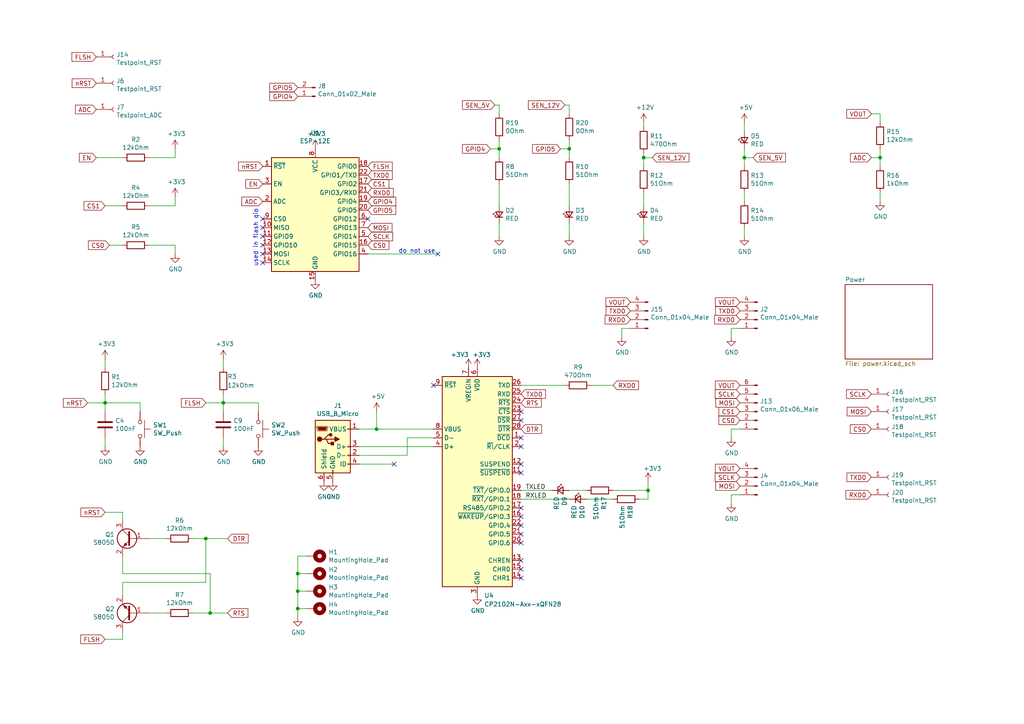
<source format=kicad_sch>
(kicad_sch (version 20211123) (generator eeschema)
  (paper "A4")
  (lib_symbols
    (symbol "Connector:Conn_01x01_Female" (pin_names (offset 1.016) hide)
      (property "Reference" "J" (at 0 2.54 0))
      (property "Value" "Conn_01x01_Female" (at 0 -2.54 0))
      (symbol "Conn_01x01_Female_1_1"
        (polyline (pts (xy -1.27 0) (xy -0.508 0)) (stroke (width 0.1524)))
        (arc (start 0 0.508) (mid -0.508 0) (end 0 -0.508) (stroke (width 0.1524)))
        (pin passive line (at -5.08 0 0) (length 3.81) (name "Pin_1") (number "1"))
      )
    )
    (symbol "Connector:Conn_01x02_Male" (pin_names (offset 1.016) hide)
      (property "Reference" "J" (at 0 2.54 0))
      (property "Value" "Conn_01x02_Male" (at 0 -5.08 0))
      (symbol "Conn_01x02_Male_1_1"
        (polyline (pts (xy 1.27 -2.54) (xy 0.8636 -2.54)) (stroke (width 0.1524)))
        (polyline (pts (xy 1.27 0) (xy 0.8636 0)) (stroke (width 0.1524)))
        (rectangle (start 0.8636 -2.413) (end 0 -2.667) (stroke (width 0.1524)) (fill (type outline)))
        (rectangle (start 0.8636 0.127) (end 0 -0.127) (stroke (width 0.1524)) (fill (type outline)))
        (pin passive line (at 5.08 0 180) (length 3.81) (name "Pin_1") (number "1"))
        (pin passive line (at 5.08 -2.54 180) (length 3.81) (name "Pin_2") (number "2"))
      )
    )
    (symbol "Connector:Conn_01x04_Male" (pin_names (offset 1.016) hide)
      (property "Reference" "J" (at 0 5.08 0))
      (property "Value" "Conn_01x04_Male" (at 0 -7.62 0))
      (symbol "Conn_01x04_Male_1_1"
        (polyline (pts (xy 1.27 -5.08) (xy 0.8636 -5.08)) (stroke (width 0.1524)))
        (polyline (pts (xy 1.27 -2.54) (xy 0.8636 -2.54)) (stroke (width 0.1524)))
        (polyline (pts (xy 1.27 0) (xy 0.8636 0)) (stroke (width 0.1524)))
        (polyline (pts (xy 1.27 2.54) (xy 0.8636 2.54)) (stroke (width 0.1524)))
        (rectangle (start 0.8636 -4.953) (end 0 -5.207) (stroke (width 0.1524)) (fill (type outline)))
        (rectangle (start 0.8636 -2.413) (end 0 -2.667) (stroke (width 0.1524)) (fill (type outline)))
        (rectangle (start 0.8636 0.127) (end 0 -0.127) (stroke (width 0.1524)) (fill (type outline)))
        (rectangle (start 0.8636 2.667) (end 0 2.413) (stroke (width 0.1524)) (fill (type outline)))
        (pin passive line (at 5.08 2.54 180) (length 3.81) (name "Pin_1") (number "1"))
        (pin passive line (at 5.08 0 180) (length 3.81) (name "Pin_2") (number "2"))
        (pin passive line (at 5.08 -2.54 180) (length 3.81) (name "Pin_3") (number "3"))
        (pin passive line (at 5.08 -5.08 180) (length 3.81) (name "Pin_4") (number "4"))
      )
    )
    (symbol "Connector:Conn_01x06_Male" (pin_names (offset 1.016) hide)
      (property "Reference" "J" (at 0 7.62 0))
      (property "Value" "Conn_01x06_Male" (at 0 -10.16 0))
      (symbol "Conn_01x06_Male_1_1"
        (polyline (pts (xy 1.27 -7.62) (xy 0.8636 -7.62)) (stroke (width 0.1524)))
        (polyline (pts (xy 1.27 -5.08) (xy 0.8636 -5.08)) (stroke (width 0.1524)))
        (polyline (pts (xy 1.27 -2.54) (xy 0.8636 -2.54)) (stroke (width 0.1524)))
        (polyline (pts (xy 1.27 0) (xy 0.8636 0)) (stroke (width 0.1524)))
        (polyline (pts (xy 1.27 2.54) (xy 0.8636 2.54)) (stroke (width 0.1524)))
        (polyline (pts (xy 1.27 5.08) (xy 0.8636 5.08)) (stroke (width 0.1524)))
        (rectangle (start 0.8636 -7.493) (end 0 -7.747) (stroke (width 0.1524)) (fill (type outline)))
        (rectangle (start 0.8636 -4.953) (end 0 -5.207) (stroke (width 0.1524)) (fill (type outline)))
        (rectangle (start 0.8636 -2.413) (end 0 -2.667) (stroke (width 0.1524)) (fill (type outline)))
        (rectangle (start 0.8636 0.127) (end 0 -0.127) (stroke (width 0.1524)) (fill (type outline)))
        (rectangle (start 0.8636 2.667) (end 0 2.413) (stroke (width 0.1524)) (fill (type outline)))
        (rectangle (start 0.8636 5.207) (end 0 4.953) (stroke (width 0.1524)) (fill (type outline)))
        (pin passive line (at 5.08 5.08 180) (length 3.81) (name "Pin_1") (number "1"))
        (pin passive line (at 5.08 2.54 180) (length 3.81) (name "Pin_2") (number "2"))
        (pin passive line (at 5.08 0 180) (length 3.81) (name "Pin_3") (number "3"))
        (pin passive line (at 5.08 -2.54 180) (length 3.81) (name "Pin_4") (number "4"))
        (pin passive line (at 5.08 -5.08 180) (length 3.81) (name "Pin_5") (number "5"))
        (pin passive line (at 5.08 -7.62 180) (length 3.81) (name "Pin_6") (number "6"))
      )
    )
    (symbol "Connector:USB_B_Micro" (pin_names (offset 1.016))
      (property "Reference" "J" (at -5.08 11.43 0))
      (property "Value" "USB_B_Micro" (at -5.08 8.89 0))
      (symbol "USB_B_Micro_0_1"
        (rectangle (start -5.08 -7.62) (end 5.08 7.62) (stroke (width 0.254)) (fill (type background)))
        (circle (center -3.81 2.159) (radius 0.635) (stroke (width 0.254)) (fill (type outline)))
        (circle (center -0.635 3.429) (radius 0.381) (stroke (width 0.254)) (fill (type outline)))
        (rectangle (start -0.127 -7.62) (end 0.127 -6.858))
        (polyline (pts (xy -1.905 2.159) (xy 0.635 2.159)) (stroke (width 0.254)))
        (polyline (pts (xy -3.175 2.159) (xy -2.54 2.159) (xy -1.27 3.429) (xy -0.635 3.429)) (stroke (width 0.254)))
        (polyline (pts (xy -2.54 2.159) (xy -1.905 2.159) (xy -1.27 0.889) (xy 0 0.889)) (stroke (width 0.254)))
        (polyline (pts (xy 0.635 2.794) (xy 0.635 1.524) (xy 1.905 2.159) (xy 0.635 2.794)) (stroke (width 0.254)) (fill (type outline)))
        (polyline (pts (xy -4.318 5.588) (xy -1.778 5.588) (xy -2.032 4.826) (xy -4.064 4.826) (xy -4.318 5.588)) (fill (type outline)))
        (polyline (pts (xy -4.699 5.842) (xy -4.699 5.588) (xy -4.445 4.826) (xy -4.445 4.572) (xy -1.651 4.572) (xy -1.651 4.826) (xy -1.397 5.588) (xy -1.397 5.842) (xy -4.699 5.842)))
        (rectangle (start 0.254 1.27) (end -0.508 0.508) (stroke (width 0.254)) (fill (type outline)))
        (rectangle (start 5.08 -5.207) (end 4.318 -4.953))
        (rectangle (start 5.08 -2.667) (end 4.318 -2.413))
        (rectangle (start 5.08 -0.127) (end 4.318 0.127))
        (rectangle (start 5.08 4.953) (end 4.318 5.207))
      )
      (symbol "USB_B_Micro_1_1"
        (pin power_out line (at 7.62 5.08 180) (length 2.54) (name "VBUS") (number "1"))
        (pin bidirectional line (at 7.62 -2.54 180) (length 2.54) (name "D-") (number "2"))
        (pin bidirectional line (at 7.62 0 180) (length 2.54) (name "D+") (number "3"))
        (pin passive line (at 7.62 -5.08 180) (length 2.54) (name "ID") (number "4"))
        (pin power_out line (at 0 -10.16 90) (length 2.54) (name "GND") (number "5"))
        (pin passive line (at -2.54 -10.16 90) (length 2.54) (name "Shield") (number "6"))
      )
    )
    (symbol "Device:C" (pin_numbers hide) (pin_names (offset 0.254))
      (property "Reference" "C" (at 0.635 2.54 0))
      (property "Value" "C" (at 0.635 -2.54 0))
      (symbol "C_0_1"
        (polyline (pts (xy -2.032 -0.762) (xy 2.032 -0.762)) (stroke (width 0.508)))
        (polyline (pts (xy -2.032 0.762) (xy 2.032 0.762)) (stroke (width 0.508)))
      )
      (symbol "C_1_1"
        (pin passive line (at 0 3.81 270) (length 2.794) (name "~") (number "1"))
        (pin passive line (at 0 -3.81 90) (length 2.794) (name "~") (number "2"))
      )
    )
    (symbol "Device:LED_Small" (pin_numbers hide) (pin_names (offset 0.254) hide)
      (property "Reference" "D" (at -1.27 3.175 0))
      (property "Value" "LED_Small" (at -4.445 -2.54 0))
      (symbol "LED_Small_0_1"
        (polyline (pts (xy -0.762 -1.016) (xy -0.762 1.016)) (stroke (width 0.254)))
        (polyline (pts (xy 1.016 0) (xy -0.762 0)))
        (polyline (pts (xy 0.762 -1.016) (xy -0.762 0) (xy 0.762 1.016) (xy 0.762 -1.016)) (stroke (width 0.254)))
        (polyline (pts (xy 0 0.762) (xy -0.508 1.27) (xy -0.254 1.27) (xy -0.508 1.27) (xy -0.508 1.016)))
        (polyline (pts (xy 0.508 1.27) (xy 0 1.778) (xy 0.254 1.778) (xy 0 1.778) (xy 0 1.524)))
      )
      (symbol "LED_Small_1_1"
        (pin passive line (at -2.54 0 0) (length 1.778) (name "K") (number "1"))
        (pin passive line (at 2.54 0 180) (length 1.778) (name "A") (number "2"))
      )
    )
    (symbol "Device:Q_NPN_BEC" (pin_names (offset 0) hide)
      (property "Reference" "Q" (at 5.08 1.27 0))
      (property "Value" "Q_NPN_BEC" (at 5.08 -1.27 0))
      (symbol "Q_NPN_BEC_0_1"
        (polyline (pts (xy 0.635 0.635) (xy 2.54 2.54)))
        (polyline (pts (xy 0.635 -0.635) (xy 2.54 -2.54) (xy 2.54 -2.54)))
        (polyline (pts (xy 0.635 1.905) (xy 0.635 -1.905) (xy 0.635 -1.905)) (stroke (width 0.508)))
        (polyline (pts (xy 1.27 -1.778) (xy 1.778 -1.27) (xy 2.286 -2.286) (xy 1.27 -1.778) (xy 1.27 -1.778)) (fill (type outline)))
        (circle (center 1.27 0) (radius 2.8194) (stroke (width 0.254)))
      )
      (symbol "Q_NPN_BEC_1_1"
        (pin input line (at -5.08 0 0) (length 5.715) (name "B") (number "1"))
        (pin passive line (at 2.54 -5.08 90) (length 2.54) (name "E") (number "2"))
        (pin passive line (at 2.54 5.08 270) (length 2.54) (name "C") (number "3"))
      )
    )
    (symbol "Device:R" (pin_numbers hide) (pin_names (offset 0))
      (property "Reference" "R" (at 2.032 0 90))
      (property "Value" "R" (at 0 0 90))
      (symbol "R_0_1"
        (rectangle (start -1.016 -2.54) (end 1.016 2.54) (stroke (width 0.254)))
      )
      (symbol "R_1_1"
        (pin passive line (at 0 3.81 270) (length 1.27) (name "~") (number "1"))
        (pin passive line (at 0 -3.81 90) (length 1.27) (name "~") (number "2"))
      )
    )
    (symbol "Interface_USB:CP2102N-Axx-xQFN28"
      (property "Reference" "U" (at -8.89 31.75 0))
      (property "Value" "CP2102N-Axx-xQFN28" (at 12.7 31.75 0))
      (symbol "CP2102N-Axx-xQFN28_0_1"
        (rectangle (start -10.16 30.48) (end 10.16 -30.48) (stroke (width 0.254)) (fill (type background)))
      )
      (symbol "CP2102N-Axx-xQFN28_1_1"
        (pin input line (at 12.7 12.7 180) (length 2.54) (name "~{DCD}") (number "1"))
        (pin no_connect line (at -10.16 -27.94 0) (length 2.54) hide (name "NC") (number "10"))
        (pin output line (at 12.7 2.54 180) (length 2.54) (name "~{SUSPEND}") (number "11"))
        (pin output line (at 12.7 5.08 180) (length 2.54) (name "SUSPEND") (number "12"))
        (pin output line (at 12.7 -22.86 180) (length 2.54) (name "CHREN") (number "13"))
        (pin output line (at 12.7 -27.94 180) (length 2.54) (name "CHR1") (number "14"))
        (pin output line (at 12.7 -25.4 180) (length 2.54) (name "CHR0") (number "15"))
        (pin bidirectional line (at 12.7 -10.16 180) (length 2.54) (name "~{WAKEUP}/GPIO.3") (number "16"))
        (pin bidirectional line (at 12.7 -7.62 180) (length 2.54) (name "RS485/GPIO.2") (number "17"))
        (pin bidirectional line (at 12.7 -5.08 180) (length 2.54) (name "~{RXT}/GPIO.1") (number "18"))
        (pin bidirectional line (at 12.7 -2.54 180) (length 2.54) (name "~{TXT}/GPIO.0") (number "19"))
        (pin bidirectional line (at 12.7 10.16 180) (length 2.54) (name "~{RI}/CLK") (number "2"))
        (pin bidirectional line (at 12.7 -17.78 180) (length 2.54) (name "GPIO.6") (number "20"))
        (pin bidirectional line (at 12.7 -15.24 180) (length 2.54) (name "GPIO.5") (number "21"))
        (pin bidirectional line (at 12.7 -12.7 180) (length 2.54) (name "GPIO.4") (number "22"))
        (pin input line (at 12.7 20.32 180) (length 2.54) (name "~{CTS}") (number "23"))
        (pin output line (at 12.7 22.86 180) (length 2.54) (name "~{RTS}") (number "24"))
        (pin input line (at 12.7 25.4 180) (length 2.54) (name "RXD") (number "25"))
        (pin output line (at 12.7 27.94 180) (length 2.54) (name "TXD") (number "26"))
        (pin input line (at 12.7 17.78 180) (length 2.54) (name "~{DSR}") (number "27"))
        (pin output line (at 12.7 15.24 180) (length 2.54) (name "~{DTR}") (number "28"))
        (pin passive line (at 0 -33.02 90) (length 2.54) hide (name "GND") (number "29"))
        (pin power_in line (at 0 -33.02 90) (length 2.54) (name "GND") (number "3"))
        (pin bidirectional line (at -12.7 10.16 0) (length 2.54) (name "D+") (number "4"))
        (pin bidirectional line (at -12.7 12.7 0) (length 2.54) (name "D-") (number "5"))
        (pin power_in line (at 0 33.02 270) (length 2.54) (name "VDD") (number "6"))
        (pin power_in line (at -2.54 33.02 270) (length 2.54) (name "VREGIN") (number "7"))
        (pin input line (at -12.7 15.24 0) (length 2.54) (name "VBUS") (number "8"))
        (pin input line (at -12.7 27.94 0) (length 2.54) (name "~{RST}") (number "9"))
      )
    )
    (symbol "Mechanical:MountingHole_Pad" (pin_numbers hide) (pin_names (offset 1.016) hide)
      (property "Reference" "H" (at 0 6.35 0))
      (property "Value" "MountingHole_Pad" (at 0 4.445 0))
      (symbol "MountingHole_Pad_0_1"
        (circle (center 0 1.27) (radius 1.27) (stroke (width 1.27)))
      )
      (symbol "MountingHole_Pad_1_1"
        (pin input line (at 0 -2.54 90) (length 2.54) (name "1") (number "1"))
      )
    )
    (symbol "RF_Module:ESP-12E"
      (property "Reference" "U" (at -12.7 19.05 0))
      (property "Value" "ESP-12E" (at 12.7 19.05 0))
      (symbol "ESP-12E_0_1"
        (rectangle (start -12.7 17.78) (end 12.7 -15.24) (stroke (width 0.254)) (fill (type background)))
      )
      (symbol "ESP-12E_1_1"
        (pin input line (at -15.24 15.24 0) (length 2.54) (name "~{RST}") (number "1"))
        (pin bidirectional line (at -15.24 -2.54 0) (length 2.54) (name "MISO") (number "10"))
        (pin bidirectional line (at -15.24 -5.08 0) (length 2.54) (name "GPIO9") (number "11"))
        (pin bidirectional line (at -15.24 -7.62 0) (length 2.54) (name "GPIO10") (number "12"))
        (pin bidirectional line (at -15.24 -10.16 0) (length 2.54) (name "MOSI") (number "13"))
        (pin bidirectional line (at -15.24 -12.7 0) (length 2.54) (name "SCLK") (number "14"))
        (pin power_in line (at 0 -17.78 90) (length 2.54) (name "GND") (number "15"))
        (pin bidirectional line (at 15.24 -7.62 180) (length 2.54) (name "GPIO15") (number "16"))
        (pin bidirectional line (at 15.24 10.16 180) (length 2.54) (name "GPIO2") (number "17"))
        (pin bidirectional line (at 15.24 15.24 180) (length 2.54) (name "GPIO0") (number "18"))
        (pin bidirectional line (at 15.24 5.08 180) (length 2.54) (name "GPIO4") (number "19"))
        (pin input line (at -15.24 5.08 0) (length 2.54) (name "ADC") (number "2"))
        (pin bidirectional line (at 15.24 2.54 180) (length 2.54) (name "GPIO5") (number "20"))
        (pin bidirectional line (at 15.24 7.62 180) (length 2.54) (name "GPIO3/RXD") (number "21"))
        (pin bidirectional line (at 15.24 12.7 180) (length 2.54) (name "GPIO1/TXD") (number "22"))
        (pin input line (at -15.24 10.16 0) (length 2.54) (name "EN") (number "3"))
        (pin bidirectional line (at 15.24 -10.16 180) (length 2.54) (name "GPIO16") (number "4"))
        (pin bidirectional line (at 15.24 -5.08 180) (length 2.54) (name "GPIO14") (number "5"))
        (pin bidirectional line (at 15.24 0 180) (length 2.54) (name "GPIO12") (number "6"))
        (pin bidirectional line (at 15.24 -2.54 180) (length 2.54) (name "GPIO13") (number "7"))
        (pin power_in line (at 0 20.32 270) (length 2.54) (name "VCC") (number "8"))
        (pin input line (at -15.24 0 0) (length 2.54) (name "CS0") (number "9"))
      )
    )
    (symbol "Switch:SW_Push" (pin_numbers hide) (pin_names (offset 1.016) hide)
      (property "Reference" "SW" (at 1.27 2.54 0))
      (property "Value" "SW_Push" (at 0 -1.524 0))
      (symbol "SW_Push_0_1"
        (circle (center -2.032 0) (radius 0.508))
        (polyline (pts (xy 0 1.27) (xy 0 3.048)))
        (polyline (pts (xy 2.54 1.27) (xy -2.54 1.27)))
        (circle (center 2.032 0) (radius 0.508))
        (pin passive line (at -5.08 0 0) (length 2.54) (name "1") (number "1"))
        (pin passive line (at 5.08 0 180) (length 2.54) (name "2") (number "2"))
      )
    )
    (symbol "power:+12V" (power) (pin_names (offset 0))
      (property "Value" "+12V" (at 0 3.556 0))
      (symbol "+12V_0_1"
        (polyline (pts (xy -0.762 1.27) (xy 0 2.54)))
        (polyline (pts (xy 0 0) (xy 0 2.54)))
        (polyline (pts (xy 0 2.54) (xy 0.762 1.27)))
      )
      (symbol "+12V_1_1"
        (pin power_in line (at 0 0 90) (length 0) hide (name "+12V") (number "1"))
      )
    )
    (symbol "power:+3.3V" (power) (pin_names (offset 0))
      (property "Value" "+3.3V" (at 0 3.556 0))
      (symbol "+3.3V_0_1"
        (polyline (pts (xy -0.762 1.27) (xy 0 2.54)))
        (polyline (pts (xy 0 0) (xy 0 2.54)))
        (polyline (pts (xy 0 2.54) (xy 0.762 1.27)))
      )
      (symbol "+3.3V_1_1"
        (pin power_in line (at 0 0 90) (length 0) hide (name "+3V3") (number "1"))
      )
    )
    (symbol "power:+5V" (power) (pin_names (offset 0))
      (property "Value" "+5V" (at 0 3.556 0))
      (symbol "+5V_0_1"
        (polyline (pts (xy -0.762 1.27) (xy 0 2.54)))
        (polyline (pts (xy 0 0) (xy 0 2.54)))
        (polyline (pts (xy 0 2.54) (xy 0.762 1.27)))
      )
      (symbol "+5V_1_1"
        (pin power_in line (at 0 0 90) (length 0) hide (name "+5V") (number "1"))
      )
    )
    (symbol "power:GND" (power) (pin_names (offset 0))
      (property "Value" "GND" (at 0 -3.81 0))
      (symbol "GND_0_1"
        (polyline (pts (xy 0 0) (xy 0 -1.27) (xy 1.27 -1.27) (xy 0 -2.54) (xy -1.27 -1.27) (xy 0 -1.27)))
      )
      (symbol "GND_1_1"
        (pin power_in line (at 0 0 270) (length 0) hide (name "GND") (number "1"))
      )
    )
  )
  (junction (at 64.77 116.84))
  (junction (at 109.22 124.46))
  (junction (at 60.96 177.8))
  (junction (at 186.69 45.72))
  (junction (at 30.48 116.84))
  (junction (at 165.1 43.18))
  (junction (at 255.27 45.72))
  (junction (at 215.9 45.72))
  (junction (at 86.36 166.37))
  (junction (at 86.36 171.45))
  (junction (at 86.36 176.53))
  (junction (at 187.96 142.24))
  (junction (at 144.78 43.18))
  (junction (at 59.69 156.21))
  (no_connect (at 151.13 157.48))
  (no_connect (at 125.73 111.76))
  (no_connect (at 76.2 76.2))
  (no_connect (at 76.2 73.66))
  (no_connect (at 106.68 63.5))
  (no_connect (at 76.2 66.04))
  (no_connect (at 151.13 147.32))
  (no_connect (at 151.13 134.62))
  (no_connect (at 151.13 137.16))
  (no_connect (at 151.13 127))
  (no_connect (at 151.13 129.54))
  (no_connect (at 151.13 121.92))
  (no_connect (at 76.2 63.5))
  (no_connect (at 151.13 149.86))
  (no_connect (at 151.13 119.38))
  (no_connect (at 151.13 165.1))
  (no_connect (at 76.2 68.58))
  (no_connect (at 151.13 154.94))
  (no_connect (at 127 73.66))
  (no_connect (at 151.13 162.56))
  (no_connect (at 114.3 134.62))
  (no_connect (at 76.2 71.12))
  (no_connect (at 151.13 152.4))
  (no_connect (at 151.13 167.64))
  (wire (pts (xy 35.56 148.59) (xy 30.48 148.59)))
  (wire (pts (xy 43.18 45.72) (xy 50.8 45.72)))
  (wire (pts (xy 25.4 116.84) (xy 30.48 116.84)))
  (wire (pts (xy 64.77 104.14) (xy 64.77 106.68)))
  (wire (pts (xy 186.69 35.56) (xy 186.69 36.83)))
  (wire (pts (xy 43.18 71.12) (xy 50.8 71.12)))
  (wire (pts (xy 59.69 168.91) (xy 59.69 156.21)))
  (wire (pts (xy 255.27 45.72) (xy 255.27 43.18)))
  (wire (pts (xy 252.73 45.72) (xy 255.27 45.72)))
  (wire (pts (xy 212.09 124.46) (xy 212.09 127)))
  (wire (pts (xy 104.14 124.46) (xy 109.22 124.46)))
  (wire (pts (xy 144.78 33.02) (xy 144.78 30.48)))
  (wire (pts (xy 186.69 55.88) (xy 186.69 59.69)))
  (wire (pts (xy 187.96 144.78) (xy 187.96 142.24)))
  (wire (pts (xy 88.9 161.29) (xy 86.36 161.29)))
  (wire (pts (xy 214.63 143.51) (xy 212.09 143.51)))
  (wire (pts (xy 215.9 45.72) (xy 215.9 48.26)))
  (wire (pts (xy 187.96 142.24) (xy 187.96 139.7)))
  (wire (pts (xy 214.63 124.46) (xy 212.09 124.46)))
  (wire (pts (xy 144.78 64.77) (xy 144.78 68.58)))
  (wire (pts (xy 109.22 124.46) (xy 125.73 124.46)))
  (wire (pts (xy 118.11 127) (xy 118.11 132.08)))
  (wire (pts (xy 59.69 116.84) (xy 64.77 116.84)))
  (wire (pts (xy 74.93 119.38) (xy 74.93 116.84)))
  (wire (pts (xy 40.64 119.38) (xy 40.64 116.84)))
  (wire (pts (xy 215.9 66.04) (xy 215.9 68.58)))
  (wire (pts (xy 35.56 59.69) (xy 30.48 59.69)))
  (wire (pts (xy 255.27 33.02) (xy 252.73 33.02)))
  (wire (pts (xy 104.14 134.62) (xy 114.3 134.62)))
  (wire (pts (xy 255.27 58.42) (xy 255.27 55.88)))
  (wire (pts (xy 144.78 43.18) (xy 144.78 45.72)))
  (wire (pts (xy 86.36 161.29) (xy 86.36 166.37)))
  (wire (pts (xy 218.44 45.72) (xy 215.9 45.72)))
  (wire (pts (xy 165.1 43.18) (xy 165.1 40.64)))
  (wire (pts (xy 177.8 111.76) (xy 171.45 111.76)))
  (wire (pts (xy 35.56 168.91) (xy 59.69 168.91)))
  (wire (pts (xy 165.1 142.24) (xy 170.18 142.24)))
  (wire (pts (xy 66.04 156.21) (xy 59.69 156.21)))
  (wire (pts (xy 64.77 127) (xy 64.77 129.54)))
  (wire (pts (xy 30.48 116.84) (xy 30.48 119.38)))
  (wire (pts (xy 165.1 53.34) (xy 165.1 59.69)))
  (wire (pts (xy 35.56 45.72) (xy 27.94 45.72)))
  (wire (pts (xy 43.18 59.69) (xy 50.8 59.69)))
  (wire (pts (xy 142.24 43.18) (xy 144.78 43.18)))
  (wire (pts (xy 60.96 166.37) (xy 60.96 177.8)))
  (wire (pts (xy 165.1 33.02) (xy 165.1 30.48)))
  (wire (pts (xy 212.09 143.51) (xy 212.09 146.05)))
  (wire (pts (xy 180.34 95.25) (xy 180.34 97.79)))
  (wire (pts (xy 163.83 111.76) (xy 151.13 111.76)))
  (wire (pts (xy 215.9 55.88) (xy 215.9 58.42)))
  (wire (pts (xy 30.48 114.3) (xy 30.48 116.84)))
  (wire (pts (xy 165.1 30.48) (xy 163.83 30.48)))
  (wire (pts (xy 35.56 166.37) (xy 60.96 166.37)))
  (wire (pts (xy 74.93 116.84) (xy 64.77 116.84)))
  (wire (pts (xy 144.78 53.34) (xy 144.78 59.69)))
  (wire (pts (xy 50.8 59.69) (xy 50.8 57.15)))
  (wire (pts (xy 255.27 48.26) (xy 255.27 45.72)))
  (wire (pts (xy 151.13 144.78) (xy 165.1 144.78)))
  (wire (pts (xy 50.8 71.12) (xy 50.8 73.66)))
  (wire (pts (xy 55.88 177.8) (xy 60.96 177.8)))
  (wire (pts (xy 144.78 43.18) (xy 144.78 40.64)))
  (wire (pts (xy 186.69 64.77) (xy 186.69 68.58)))
  (wire (pts (xy 86.36 176.53) (xy 86.36 179.07)))
  (wire (pts (xy 215.9 43.18) (xy 215.9 45.72)))
  (wire (pts (xy 30.48 104.14) (xy 30.48 106.68)))
  (wire (pts (xy 35.56 71.12) (xy 31.75 71.12)))
  (wire (pts (xy 104.14 129.54) (xy 125.73 129.54)))
  (wire (pts (xy 185.42 144.78) (xy 187.96 144.78)))
  (wire (pts (xy 88.9 166.37) (xy 86.36 166.37)))
  (wire (pts (xy 186.69 44.45) (xy 186.69 45.72)))
  (wire (pts (xy 215.9 35.56) (xy 215.9 38.1)))
  (wire (pts (xy 66.04 177.8) (xy 60.96 177.8)))
  (wire (pts (xy 177.8 142.24) (xy 187.96 142.24)))
  (wire (pts (xy 86.36 166.37) (xy 86.36 171.45)))
  (wire (pts (xy 165.1 64.77) (xy 165.1 68.58)))
  (wire (pts (xy 144.78 30.48) (xy 143.51 30.48)))
  (wire (pts (xy 186.69 45.72) (xy 186.69 48.26)))
  (wire (pts (xy 30.48 127) (xy 30.48 129.54)))
  (wire (pts (xy 127 73.66) (xy 106.68 73.66)))
  (wire (pts (xy 35.56 161.29) (xy 35.56 166.37)))
  (wire (pts (xy 165.1 43.18) (xy 165.1 45.72)))
  (wire (pts (xy 118.11 132.08) (xy 104.14 132.08)))
  (wire (pts (xy 35.56 185.42) (xy 30.48 185.42)))
  (wire (pts (xy 214.63 95.25) (xy 212.09 95.25)))
  (wire (pts (xy 86.36 171.45) (xy 86.36 176.53)))
  (wire (pts (xy 35.56 182.88) (xy 35.56 185.42)))
  (wire (pts (xy 48.26 156.21) (xy 43.18 156.21)))
  (wire (pts (xy 88.9 171.45) (xy 86.36 171.45)))
  (wire (pts (xy 35.56 172.72) (xy 35.56 168.91)))
  (wire (pts (xy 162.56 43.18) (xy 165.1 43.18)))
  (wire (pts (xy 43.18 177.8) (xy 48.26 177.8)))
  (wire (pts (xy 35.56 151.13) (xy 35.56 148.59)))
  (wire (pts (xy 212.09 95.25) (xy 212.09 97.79)))
  (wire (pts (xy 109.22 119.38) (xy 109.22 124.46)))
  (wire (pts (xy 189.23 45.72) (xy 186.69 45.72)))
  (wire (pts (xy 59.69 156.21) (xy 55.88 156.21)))
  (wire (pts (xy 151.13 142.24) (xy 160.02 142.24)))
  (wire (pts (xy 255.27 35.56) (xy 255.27 33.02)))
  (wire (pts (xy 88.9 176.53) (xy 86.36 176.53)))
  (wire (pts (xy 40.64 116.84) (xy 30.48 116.84)))
  (wire (pts (xy 170.18 144.78) (xy 177.8 144.78)))
  (wire (pts (xy 64.77 116.84) (xy 64.77 119.38)))
  (wire (pts (xy 182.88 95.25) (xy 180.34 95.25)))
  (wire (pts (xy 64.77 114.3) (xy 64.77 116.84)))
  (wire (pts (xy 50.8 45.72) (xy 50.8 43.18)))
  (wire (pts (xy 118.11 127) (xy 125.73 127)))
  (text "used in flash qio" (at 74.93 77.47 90) (effects (font (size 1.27 1.27)) (justify left bottom)))
  (text "do not use" (at 115.57 73.66 0) (effects (font (size 1.27 1.27)) (justify left bottom)))
  (label "RXLED" (at 152.4 144.78 0))
  (label "TXLED" (at 152.4 142.24 0))
  (global_label "RXD0" (shape input) (at 177.8 111.76 0) (property "Referenzen zwischen Schaltplänen" "${INTERSHEET_REFS}" (effects hide)))
  (global_label "FLSH" (shape input) (at 106.68 48.26 0) (property "Referenzen zwischen Schaltplänen" "${INTERSHEET_REFS}" (effects hide)))
  (global_label "RXD0" (shape input) (at 182.88 92.71 180) (property "Referenzen zwischen Schaltplänen" "${INTERSHEET_REFS}" (effects hide)))
  (global_label "RXD0" (shape input) (at 214.63 92.71 180) (property "Referenzen zwischen Schaltplänen" "${INTERSHEET_REFS}" (effects hide)))
  (global_label "VOUT" (shape input) (at 214.63 111.76 180) (property "Referenzen zwischen Schaltplänen" "${INTERSHEET_REFS}" (effects hide)))
  (global_label "CS1" (shape input) (at 106.68 53.34 0) (property "Referenzen zwischen Schaltplänen" "${INTERSHEET_REFS}" (effects hide)))
  (global_label "EN" (shape input) (at 27.94 45.72 180) (property "Referenzen zwischen Schaltplänen" "${INTERSHEET_REFS}" (effects hide)))
  (global_label "SEN_12V" (shape input) (at 163.83 30.48 180) (property "Referenzen zwischen Schaltplänen" "${INTERSHEET_REFS}" (effects hide)))
  (global_label "nRST" (shape input) (at 27.94 24.13 180) (property "Referenzen zwischen Schaltplänen" "${INTERSHEET_REFS}" (effects hide)))
  (global_label "SEN_5V" (shape input) (at 218.44 45.72 0) (property "Referenzen zwischen Schaltplänen" "${INTERSHEET_REFS}" (effects hide)))
  (global_label "SEN_5V" (shape input) (at 143.51 30.48 180) (property "Referenzen zwischen Schaltplänen" "${INTERSHEET_REFS}" (effects hide)))
  (global_label "CS0" (shape input) (at 214.63 121.92 180) (property "Referenzen zwischen Schaltplänen" "${INTERSHEET_REFS}" (effects hide)))
  (global_label "ADC" (shape input) (at 76.2 58.42 180) (property "Referenzen zwischen Schaltplänen" "${INTERSHEET_REFS}" (effects hide)))
  (global_label "SCLK" (shape input) (at 106.68 68.58 0) (property "Referenzen zwischen Schaltplänen" "${INTERSHEET_REFS}" (effects hide)))
  (global_label "GPIO4" (shape input) (at 106.68 58.42 0) (property "Referenzen zwischen Schaltplänen" "${INTERSHEET_REFS}" (effects hide)))
  (global_label "VOUT" (shape input) (at 182.88 87.63 180) (property "Referenzen zwischen Schaltplänen" "${INTERSHEET_REFS}" (effects hide)))
  (global_label "EN" (shape input) (at 76.2 53.34 180) (property "Referenzen zwischen Schaltplänen" "${INTERSHEET_REFS}" (effects hide)))
  (global_label "SCLK" (shape input) (at 214.63 138.43 180) (property "Referenzen zwischen Schaltplänen" "${INTERSHEET_REFS}" (effects hide)))
  (global_label "GPIO5" (shape input) (at 86.36 25.4 180) (property "Referenzen zwischen Schaltplänen" "${INTERSHEET_REFS}" (effects hide)))
  (global_label "DTR" (shape input) (at 66.04 156.21 0) (property "Referenzen zwischen Schaltplänen" "${INTERSHEET_REFS}" (effects hide)))
  (global_label "MOSI" (shape input) (at 214.63 116.84 180) (property "Referenzen zwischen Schaltplänen" "${INTERSHEET_REFS}" (effects hide)))
  (global_label "TXD0" (shape input) (at 252.73 138.43 180) (property "Referenzen zwischen Schaltplänen" "${INTERSHEET_REFS}" (effects hide)))
  (global_label "GPIO5" (shape input) (at 106.68 60.96 0) (property "Referenzen zwischen Schaltplänen" "${INTERSHEET_REFS}" (effects hide)))
  (global_label "FLSH" (shape input) (at 27.94 16.51 180) (property "Referenzen zwischen Schaltplänen" "${INTERSHEET_REFS}" (effects hide)))
  (global_label "TXD0" (shape input) (at 182.88 90.17 180) (property "Referenzen zwischen Schaltplänen" "${INTERSHEET_REFS}" (effects hide)))
  (global_label "FLSH" (shape input) (at 59.69 116.84 180) (property "Referenzen zwischen Schaltplänen" "${INTERSHEET_REFS}" (effects hide)))
  (global_label "GPIO4" (shape input) (at 86.36 27.94 180) (property "Referenzen zwischen Schaltplänen" "${INTERSHEET_REFS}" (effects hide)))
  (global_label "nRST" (shape input) (at 25.4 116.84 180) (property "Referenzen zwischen Schaltplänen" "${INTERSHEET_REFS}" (effects hide)))
  (global_label "FLSH" (shape input) (at 30.48 185.42 180) (property "Referenzen zwischen Schaltplänen" "${INTERSHEET_REFS}" (effects hide)))
  (global_label "SCLK" (shape input) (at 214.63 114.3 180) (property "Referenzen zwischen Schaltplänen" "${INTERSHEET_REFS}" (effects hide)))
  (global_label "RXD0" (shape input) (at 106.68 55.88 0) (property "Referenzen zwischen Schaltplänen" "${INTERSHEET_REFS}" (effects hide)))
  (global_label "ADC" (shape input) (at 252.73 45.72 180) (property "Referenzen zwischen Schaltplänen" "${INTERSHEET_REFS}" (effects hide)))
  (global_label "GPIO5" (shape input) (at 162.56 43.18 180) (property "Referenzen zwischen Schaltplänen" "${INTERSHEET_REFS}" (effects hide)))
  (global_label "SEN_12V" (shape input) (at 189.23 45.72 0) (property "Referenzen zwischen Schaltplänen" "${INTERSHEET_REFS}" (effects hide)))
  (global_label "SCLK" (shape input) (at 252.73 114.3 180) (property "Referenzen zwischen Schaltplänen" "${INTERSHEET_REFS}" (effects hide)))
  (global_label "CS1" (shape input) (at 214.63 119.38 180) (property "Referenzen zwischen Schaltplänen" "${INTERSHEET_REFS}" (effects hide)))
  (global_label "nRST" (shape input) (at 76.2 48.26 180) (property "Referenzen zwischen Schaltplänen" "${INTERSHEET_REFS}" (effects hide)))
  (global_label "TXD0" (shape input) (at 106.68 50.8 0) (property "Referenzen zwischen Schaltplänen" "${INTERSHEET_REFS}" (effects hide)))
  (global_label "CS0" (shape input) (at 31.75 71.12 180) (property "Referenzen zwischen Schaltplänen" "${INTERSHEET_REFS}" (effects hide)))
  (global_label "TXD0" (shape input) (at 151.13 114.3 0) (property "Referenzen zwischen Schaltplänen" "${INTERSHEET_REFS}" (effects hide)))
  (global_label "VOUT" (shape input) (at 252.73 33.02 180) (property "Referenzen zwischen Schaltplänen" "${INTERSHEET_REFS}" (effects hide)))
  (global_label "GPIO4" (shape input) (at 142.24 43.18 180) (property "Referenzen zwischen Schaltplänen" "${INTERSHEET_REFS}" (effects hide)))
  (global_label "CS0" (shape input) (at 106.68 71.12 0) (property "Referenzen zwischen Schaltplänen" "${INTERSHEET_REFS}" (effects hide)))
  (global_label "nRST" (shape input) (at 30.48 148.59 180) (property "Referenzen zwischen Schaltplänen" "${INTERSHEET_REFS}" (effects hide)))
  (global_label "RXD0" (shape input) (at 252.73 143.51 180) (property "Referenzen zwischen Schaltplänen" "${INTERSHEET_REFS}" (effects hide)))
  (global_label "DTR" (shape input) (at 151.13 124.46 0) (property "Referenzen zwischen Schaltplänen" "${INTERSHEET_REFS}" (effects hide)))
  (global_label "CS1" (shape input) (at 30.48 59.69 180) (property "Referenzen zwischen Schaltplänen" "${INTERSHEET_REFS}" (effects hide)))
  (global_label "MOSI" (shape input) (at 214.63 140.97 180) (property "Referenzen zwischen Schaltplänen" "${INTERSHEET_REFS}" (effects hide)))
  (global_label "VOUT" (shape input) (at 214.63 135.89 180) (property "Referenzen zwischen Schaltplänen" "${INTERSHEET_REFS}" (effects hide)))
  (global_label "VOUT" (shape input) (at 214.63 87.63 180) (property "Referenzen zwischen Schaltplänen" "${INTERSHEET_REFS}" (effects hide)))
  (global_label "CS0" (shape input) (at 252.73 124.46 180) (property "Referenzen zwischen Schaltplänen" "${INTERSHEET_REFS}" (effects hide)))
  (global_label "RTS" (shape input) (at 151.13 116.84 0) (property "Referenzen zwischen Schaltplänen" "${INTERSHEET_REFS}" (effects hide)))
  (global_label "ADC" (shape input) (at 27.94 31.75 180) (property "Referenzen zwischen Schaltplänen" "${INTERSHEET_REFS}" (effects hide)))
  (global_label "RTS" (shape input) (at 66.04 177.8 0) (property "Referenzen zwischen Schaltplänen" "${INTERSHEET_REFS}" (effects hide)))
  (global_label "MOSI" (shape input) (at 106.68 66.04 0) (property "Referenzen zwischen Schaltplänen" "${INTERSHEET_REFS}" (effects hide)))
  (global_label "TXD0" (shape input) (at 214.63 90.17 180) (property "Referenzen zwischen Schaltplänen" "${INTERSHEET_REFS}" (effects hide)))
  (global_label "MOSI" (shape input) (at 252.73 119.38 180) (property "Referenzen zwischen Schaltplänen" "${INTERSHEET_REFS}" (effects hide)))
  (symbol (lib_id "Device:R") (at 52.07 177.8 270) (unit 1)
    (property "Reference" "R7" (at 52.07 172.5422 90))
    (property "Value" "12kOhm" (at 52.07 174.8536 90))
    (property "Footprint" "Resistor_SMD:R_0603_1608Metric" (effects hide))
    (property "LCSC" "C22790" (effects hide))
  )
  (symbol (lib_id "Device:R") (at 52.07 156.21 270) (unit 1)
    (property "Reference" "R6" (at 52.07 150.9522 90))
    (property "Value" "12kOhm" (at 52.07 153.2636 90))
    (property "Footprint" "Resistor_SMD:R_0603_1608Metric" (effects hide))
    (property "LCSC" "C22790" (effects hide))
  )
  (symbol (lib_id "power:+3.3V") (at 138.43 106.68 0) (unit 1)
    (property "Reference" "#PWR0110" (effects hide))
    (property "Value" "+3.3V" (at 139.7 102.87 0))
  )
  (symbol (lib_id "power:+3.3V") (at 135.89 106.68 0) (unit 1)
    (property "Reference" "#PWR0111" (effects hide))
    (property "Value" "+3.3V" (at 133.35 102.87 0))
  )
  (symbol (lib_id "power:GND") (at 138.43 172.72 0) (unit 1)
    (property "Reference" "#PWR0112" (effects hide))
    (property "Value" "GND" (at 138.557 177.1142 0))
  )
  (symbol (lib_id "Connector:USB_B_Micro") (at 96.52 129.54 0) (unit 1)
    (property "Reference" "J1" (at 97.9678 117.6782 0))
    (property "Value" "USB_B_Micro" (at 97.9678 119.9896 0))
    (property "Footprint" "stock:micro_usb" (effects hide))
    (property "LCSC" "C40943" (effects hide))
  )
  (symbol (lib_id "power:GND") (at 96.52 139.7 0) (unit 1)
    (property "Reference" "#PWR0113" (effects hide))
    (property "Value" "GND" (at 96.647 144.0942 0))
  )
  (symbol (lib_id "power:GND") (at 93.98 139.7 0) (unit 1)
    (property "Reference" "#PWR0114" (effects hide))
    (property "Value" "GND" (at 94.107 144.0942 0))
  )
  (symbol (lib_id "power:GND") (at 30.48 129.54 0) (unit 1)
    (property "Reference" "#PWR0116" (effects hide))
    (property "Value" "GND" (at 30.607 133.9342 0))
  )
  (symbol (lib_id "power:+3.3V") (at 30.48 104.14 0) (unit 1)
    (property "Reference" "#PWR0117" (effects hide))
    (property "Value" "+3.3V" (at 30.861 99.7458 0))
  )
  (symbol (lib_id "Device:R") (at 30.48 110.49 0) (unit 1)
    (property "Reference" "R1" (at 32.258 109.3216 0) (effects (justify left)))
    (property "Value" "12kOhm" (at 32.258 111.633 0) (effects (justify left)))
    (property "Footprint" "Resistor_SMD:R_0603_1608Metric" (effects hide))
    (property "LCSC" "C22790" (effects hide))
  )
  (symbol (lib_id "Device:C") (at 30.48 123.19 0) (unit 1)
    (property "Reference" "C4" (at 33.401 122.0216 0) (effects (justify left)))
    (property "Value" "100nF" (at 33.401 124.333 0) (effects (justify left)))
    (property "Footprint" "Capacitor_SMD:C_0603_1608Metric" (effects hide))
    (property "LCSC" "C14663" (effects hide))
  )
  (symbol (lib_id "Device:R") (at 39.37 71.12 270) (unit 1)
    (property "Reference" "R5" (at 39.37 65.8622 90))
    (property "Value" "12kOhm" (at 39.37 68.1736 90))
    (property "Footprint" "Resistor_SMD:R_0603_1608Metric" (effects hide))
    (property "LCSC" "C22790" (effects hide))
  )
  (symbol (lib_id "Device:R") (at 39.37 59.69 270) (unit 1)
    (property "Reference" "R4" (at 39.37 54.4322 90))
    (property "Value" "12kOhm" (at 39.37 56.7436 90))
    (property "Footprint" "Resistor_SMD:R_0603_1608Metric" (effects hide))
    (property "LCSC" "C22790" (effects hide))
  )
  (symbol (lib_id "Device:R") (at 64.77 110.49 0) (unit 1)
    (property "Reference" "R3" (at 67.31 109.22 0))
    (property "Value" "12kOhm" (at 69.85 111.76 0))
    (property "Footprint" "Resistor_SMD:R_0603_1608Metric" (effects hide))
    (property "LCSC" "C22790" (effects hide))
  )
  (symbol (lib_id "Device:R") (at 39.37 45.72 270) (unit 1)
    (property "Reference" "R2" (at 39.37 40.4622 90))
    (property "Value" "12kOhm" (at 39.37 42.7736 90))
    (property "Footprint" "Resistor_SMD:R_0603_1608Metric" (effects hide))
    (property "LCSC" "C22790" (effects hide))
  )
  (symbol (lib_id "power:+3.3V") (at 50.8 57.15 0) (unit 1)
    (property "Reference" "#PWR0118" (effects hide))
    (property "Value" "+3.3V" (at 51.181 52.7558 0))
  )
  (symbol (lib_id "power:+3.3V") (at 50.8 43.18 0) (unit 1)
    (property "Reference" "#PWR0120" (effects hide))
    (property "Value" "+3.3V" (at 51.181 38.7858 0))
  )
  (symbol (lib_id "power:GND") (at 50.8 73.66 0) (unit 1)
    (property "Reference" "#PWR0121" (effects hide))
    (property "Value" "GND" (at 50.927 78.0542 0))
  )
  (symbol (lib_id "Device:R") (at 167.64 111.76 270) (unit 1)
    (property "Reference" "R9" (at 167.64 106.5022 90))
    (property "Value" "470Ohm" (at 167.64 108.8136 90))
    (property "Footprint" "Resistor_SMD:R_0603_1608Metric" (effects hide))
    (property "LCSC" "C23179" (effects hide))
  )
  (symbol (lib_id "power:+5V") (at 109.22 119.38 0) (unit 1)
    (property "Reference" "#PWR0106" (effects hide))
    (property "Value" "+5V" (at 109.601 114.9858 0))
  )
  (symbol (lib_id "power:+5V") (at 215.9 35.56 0) (unit 1)
    (property "Reference" "#PWR0107" (effects hide))
    (property "Value" "+5V" (at 216.281 31.1658 0))
  )
  (symbol (lib_id "Connector:Conn_01x04_Male") (at 219.71 140.97 180) (unit 1)
    (property "Reference" "J4" (at 220.4212 137.9728 0) (effects (justify right)))
    (property "Value" "Conn_01x04_Male" (at 220.4212 140.2842 0) (effects (justify right)))
    (property "Footprint" "TerminalBlock:TerminalBlock_bornier-4_P5.08mm" (effects hide))
  )
  (symbol (lib_id "power:+12V") (at 186.69 35.56 0) (unit 1)
    (property "Reference" "#PWR0115" (effects hide))
    (property "Value" "+12V" (at 187.071 31.1658 0))
  )
  (symbol (lib_id "power:GND") (at 212.09 146.05 0) (unit 1)
    (property "Reference" "#PWR0122" (effects hide))
    (property "Value" "GND" (at 212.217 150.4442 0))
  )
  (symbol (lib_id "power:GND") (at 212.09 97.79 0) (unit 1)
    (property "Reference" "#PWR0126" (effects hide))
    (property "Value" "GND" (at 212.217 102.1842 0))
  )
  (symbol (lib_id "Connector:Conn_01x02_Male") (at 91.44 27.94 180) (unit 1)
    (property "Reference" "J8" (at 92.1512 24.9428 0) (effects (justify right)))
    (property "Value" "Conn_01x02_Male" (at 92.1512 27.2542 0) (effects (justify right)))
    (property "Footprint" "Connector_PinHeader_2.54mm:PinHeader_1x02_P2.54mm_Vertical" (effects hide))
  )
  (symbol (lib_id "Device:LED_Small") (at 215.9 40.64 90) (unit 1)
    (property "Reference" "D5" (at 217.678 39.4716 90) (effects (justify right)))
    (property "Value" "RED" (at 217.678 41.783 90) (effects (justify right)))
    (property "Footprint" "LED_SMD:LED_0603_1608Metric" (effects hide))
    (property "LCSC" "C2286" (effects hide))
  )
  (symbol (lib_id "RF_Module:ESP-12E") (at 91.44 63.5 0) (unit 1)
    (property "Reference" "U1" (at 91.44 38.5826 0))
    (property "Value" "ESP-12E" (at 91.44 40.894 0))
    (property "Footprint" "RF_Module:ESP-12E" (effects hide))
    (property "Datasheet" "http://wiki.ai-thinker.com/_media/esp8266/esp8266_series_modules_user_manual_v1.1.pdf" (effects hide))
  )
  (symbol (lib_id "power:GND") (at 212.09 127 0) (unit 1)
    (property "Reference" "#PWR0150" (effects hide))
    (property "Value" "GND" (at 212.217 131.3942 0))
  )
  (symbol (lib_id "Device:R") (at 255.27 39.37 180) (unit 1)
    (property "Reference" "R15" (at 257.048 38.2016 0) (effects (justify right)))
    (property "Value" "12kOhm" (at 257.048 40.513 0) (effects (justify right)))
    (property "Footprint" "Resistor_SMD:R_0603_1608Metric" (effects hide))
    (property "LCSC" "C22790" (effects hide))
  )
  (symbol (lib_id "Device:R") (at 255.27 52.07 180) (unit 1)
    (property "Reference" "R16" (at 257.048 50.9016 0) (effects (justify right)))
    (property "Value" "1kOhm" (at 257.048 53.213 0) (effects (justify right)))
    (property "Footprint" "Resistor_SMD:R_0603_1608Metric" (effects hide))
    (property "LCSC" "C21190" (effects hide))
  )
  (symbol (lib_id "power:GND") (at 255.27 58.42 0) (unit 1)
    (property "Reference" "#PWR0127" (effects hide))
    (property "Value" "GND" (at 255.397 62.8142 0))
  )
  (symbol (lib_id "Connector:Conn_01x01_Female") (at 33.02 24.13 0) (unit 1)
    (property "Reference" "J6" (at 33.7312 23.4696 0) (effects (justify left)))
    (property "Value" "Testpoint_RST" (at 33.7312 25.781 0) (effects (justify left)))
    (property "Footprint" "TestPoint:TestPoint_Pad_D2.0mm" (effects hide))
  )
  (symbol (lib_id "Connector:Conn_01x01_Female") (at 33.02 31.75 0) (unit 1)
    (property "Reference" "J7" (at 33.7312 31.0896 0) (effects (justify left)))
    (property "Value" "Testpoint_ADC" (at 33.7312 33.401 0) (effects (justify left)))
    (property "Footprint" "TestPoint:TestPoint_Pad_D2.0mm" (effects hide))
  )
  (symbol (lib_id "Device:R") (at 215.9 52.07 180) (unit 1)
    (property "Reference" "R13" (at 217.678 50.9016 0) (effects (justify right)))
    (property "Value" "51Ohm" (at 217.678 53.213 0) (effects (justify right)))
    (property "Footprint" "Resistor_SMD:R_0603_1608Metric" (effects hide))
    (property "LCSC" "C23197" (effects hide))
  )
  (symbol (lib_id "power:GND") (at 215.9 68.58 0) (unit 1)
    (property "Reference" "#PWR0128" (effects hide))
    (property "Value" "GND" (at 216.027 72.9742 0))
  )
  (symbol (lib_id "power:GND") (at 186.69 68.58 0) (unit 1)
    (property "Reference" "#PWR0129" (effects hide))
    (property "Value" "GND" (at 186.817 72.9742 0))
  )
  (symbol (lib_id "Device:LED_Small") (at 144.78 62.23 90) (unit 1)
    (property "Reference" "D2" (at 146.558 61.0616 90) (effects (justify right)))
    (property "Value" "RED" (at 146.558 63.373 90) (effects (justify right)))
    (property "Footprint" "LED_SMD:LED_0603_1608Metric" (effects hide))
    (property "LCSC" "C2286" (effects hide))
  )
  (symbol (lib_id "Device:LED_Small") (at 165.1 62.23 90) (unit 1)
    (property "Reference" "D3" (at 166.878 61.0616 90) (effects (justify right)))
    (property "Value" "RED" (at 166.878 63.373 90) (effects (justify right)))
    (property "Footprint" "LED_SMD:LED_0603_1608Metric" (effects hide))
    (property "LCSC" "C2286" (effects hide))
  )
  (symbol (lib_id "Device:R") (at 144.78 49.53 180) (unit 1)
    (property "Reference" "R8" (at 146.558 48.3616 0) (effects (justify right)))
    (property "Value" "51Ohm" (at 146.558 50.673 0) (effects (justify right)))
    (property "Footprint" "Resistor_SMD:R_0603_1608Metric" (effects hide))
    (property "LCSC" "C23197" (effects hide))
  )
  (symbol (lib_id "Device:R") (at 165.1 49.53 180) (unit 1)
    (property "Reference" "R10" (at 166.878 48.3616 0) (effects (justify right)))
    (property "Value" "51Ohm" (at 166.878 50.673 0) (effects (justify right)))
    (property "Footprint" "Resistor_SMD:R_0603_1608Metric" (effects hide))
    (property "LCSC" "C23197" (effects hide))
  )
  (symbol (lib_id "power:GND") (at 165.1 68.58 0) (unit 1)
    (property "Reference" "#PWR0130" (effects hide))
    (property "Value" "GND" (at 165.227 72.9742 0))
  )
  (symbol (lib_id "power:GND") (at 144.78 68.58 0) (unit 1)
    (property "Reference" "#PWR0131" (effects hide))
    (property "Value" "GND" (at 144.907 72.9742 0))
  )
  (symbol (lib_id "Device:R") (at 215.9 62.23 180) (unit 1)
    (property "Reference" "R14" (at 217.678 61.0616 0) (effects (justify right)))
    (property "Value" "51Ohm" (at 217.678 63.373 0) (effects (justify right)))
    (property "Footprint" "Resistor_SMD:R_0603_1608Metric" (effects hide))
    (property "LCSC" "C23197" (effects hide))
  )
  (symbol (lib_id "Device:R") (at 186.69 40.64 180) (unit 1)
    (property "Reference" "R11" (at 188.468 39.4716 0) (effects (justify right)))
    (property "Value" "470Ohm" (at 188.468 41.783 0) (effects (justify right)))
    (property "Footprint" "Resistor_SMD:R_0603_1608Metric" (effects hide))
    (property "LCSC" "C23179" (effects hide))
  )
  (symbol (lib_id "Device:R") (at 186.69 52.07 180) (unit 1)
    (property "Reference" "R12" (at 188.468 50.9016 0) (effects (justify right)))
    (property "Value" "51Ohm" (at 188.468 53.213 0) (effects (justify right)))
    (property "Footprint" "Resistor_SMD:R_0603_1608Metric" (effects hide))
    (property "LCSC" "C23197" (effects hide))
  )
  (symbol (lib_id "Device:LED_Small") (at 186.69 62.23 90) (unit 1)
    (property "Reference" "D4" (at 188.468 61.0616 90) (effects (justify right)))
    (property "Value" "RED" (at 188.468 63.373 90) (effects (justify right)))
    (property "Footprint" "LED_SMD:LED_0603_1608Metric" (effects hide))
    (property "LCSC" "C2286" (effects hide))
  )
  (symbol (lib_id "Mechanical:MountingHole_Pad") (at 91.44 161.29 270) (unit 1)
    (property "Reference" "H1" (at 95.25 160.1216 90) (effects (justify left)))
    (property "Value" "MountingHole_Pad" (at 95.25 162.433 90) (effects (justify left)))
    (property "Footprint" "MountingHole:MountingHole_2.2mm_M2_Pad_Via" (effects hide))
  )
  (symbol (lib_id "Mechanical:MountingHole_Pad") (at 91.44 166.37 270) (unit 1)
    (property "Reference" "H2" (at 95.25 165.2016 90) (effects (justify left)))
    (property "Value" "MountingHole_Pad" (at 95.25 167.513 90) (effects (justify left)))
    (property "Footprint" "MountingHole:MountingHole_2.2mm_M2_Pad_Via" (effects hide))
  )
  (symbol (lib_id "Mechanical:MountingHole_Pad") (at 91.44 171.45 270) (unit 1)
    (property "Reference" "H3" (at 95.25 170.2816 90) (effects (justify left)))
    (property "Value" "MountingHole_Pad" (at 95.25 172.593 90) (effects (justify left)))
    (property "Footprint" "MountingHole:MountingHole_2.2mm_M2_Pad_Via" (effects hide))
  )
  (symbol (lib_id "Mechanical:MountingHole_Pad") (at 91.44 176.53 270) (unit 1)
    (property "Reference" "H4" (at 95.25 175.3616 90) (effects (justify left)))
    (property "Value" "MountingHole_Pad" (at 95.25 177.673 90) (effects (justify left)))
    (property "Footprint" "MountingHole:MountingHole_2.2mm_M2_Pad_Via" (effects hide))
  )
  (symbol (lib_id "power:GND") (at 86.36 179.07 0) (unit 1)
    (property "Reference" "#PWR0148" (effects hide))
    (property "Value" "GND" (at 86.487 183.4642 0))
  )
  (symbol (lib_id "Device:Q_NPN_BEC") (at 38.1 177.8 180) (unit 1)
    (property "Reference" "Q2" (at 33.2486 176.6316 0) (effects (justify left)))
    (property "Value" "S8050" (at 33.2486 178.943 0) (effects (justify left)))
    (property "Footprint" "Package_TO_SOT_SMD:SOT-23" (effects hide))
    (property "Datasheet" "http://www.unisonic.com.tw/datasheet/S8050.pdf" (effects hide))
    (property "LCSC" "C2146" (effects hide))
  )
  (symbol (lib_id "Device:Q_NPN_BEC") (at 38.1 156.21 0) (mirror y) (unit 1)
    (property "Reference" "Q1" (at 33.2486 155.0416 0) (effects (justify left)))
    (property "Value" "S8050" (at 33.2486 157.353 0) (effects (justify left)))
    (property "Footprint" "Package_TO_SOT_SMD:SOT-23" (effects hide))
    (property "Datasheet" "http://www.unisonic.com.tw/datasheet/S8050.pdf" (effects hide))
    (property "LCSC" "C2146" (effects hide))
  )
  (symbol (lib_id "Switch:SW_Push") (at 40.64 124.46 270) (unit 1)
    (property "Reference" "SW1" (at 44.3992 123.2916 90) (effects (justify left)))
    (property "Value" "SW_Push" (at 44.3992 125.603 90) (effects (justify left)))
    (property "Footprint" "Button_Switch_SMD:SW_SPST_CK_RS282G05A3" (effects hide))
  )
  (symbol (lib_id "Connector:Conn_01x01_Female") (at 33.02 16.51 0) (unit 1)
    (property "Reference" "J14" (at 33.7312 15.8496 0) (effects (justify left)))
    (property "Value" "Testpoint_RST" (at 33.7312 18.161 0) (effects (justify left)))
    (property "Footprint" "TestPoint:TestPoint_Pad_D2.0mm" (effects hide))
  )
  (symbol (lib_id "power:+3.3V") (at 91.44 43.18 0) (unit 1)
    (property "Reference" "#PWR0140" (effects hide))
    (property "Value" "+3.3V" (at 91.821 38.7858 0))
  )
  (symbol (lib_id "power:GND") (at 91.44 81.28 0) (unit 1)
    (property "Reference" "#PWR0141" (effects hide))
    (property "Value" "GND" (at 91.567 85.6742 0))
  )
  (symbol (lib_id "Connector:Conn_01x04_Male") (at 219.71 92.71 180) (unit 1)
    (property "Reference" "J2" (at 220.4212 89.7128 0) (effects (justify right)))
    (property "Value" "Conn_01x04_Male" (at 220.4212 92.0242 0) (effects (justify right)))
    (property "Footprint" "TerminalBlock:TerminalBlock_bornier-4_P5.08mm" (effects hide))
  )
  (symbol (lib_id "Connector:Conn_01x06_Male") (at 219.71 119.38 180) (unit 1)
    (property "Reference" "J13" (at 220.4212 116.3828 0) (effects (justify right)))
    (property "Value" "Conn_01x06_Male" (at 220.4212 118.6942 0) (effects (justify right)))
    (property "Footprint" "Connector_PinHeader_2.54mm:PinHeader_1x06_P2.54mm_Vertical" (effects hide))
  )
  (symbol (lib_id "power:GND") (at 40.64 129.54 0) (unit 1)
    (property "Reference" "#PWR0119" (effects hide))
    (property "Value" "GND" (at 40.767 133.9342 0))
  )
  (symbol (lib_id "Device:R") (at 144.78 36.83 180) (unit 1)
    (property "Reference" "R19" (at 146.558 35.6616 0) (effects (justify right)))
    (property "Value" "0Ohm" (at 146.558 37.973 0) (effects (justify right)))
    (property "Footprint" "Resistor_SMD:R_0805_2012Metric" (effects hide))
    (property "LCSC" "C17477" (effects hide))
  )
  (symbol (lib_id "Device:R") (at 165.1 36.83 180) (unit 1)
    (property "Reference" "R20" (at 166.878 35.6616 0) (effects (justify right)))
    (property "Value" "0Ohm" (at 166.878 37.973 0) (effects (justify right)))
    (property "Footprint" "Resistor_SMD:R_0805_2012Metric" (effects hide))
    (property "LCSC" "C17477" (effects hide))
  )
  (symbol (lib_id "power:GND") (at 64.77 129.54 0) (unit 1)
    (property "Reference" "#PWR0151" (effects hide))
    (property "Value" "GND" (at 64.897 133.9342 0))
  )
  (symbol (lib_id "power:+3.3V") (at 64.77 104.14 0) (unit 1)
    (property "Reference" "#PWR0152" (effects hide))
    (property "Value" "+3.3V" (at 65.151 99.7458 0))
  )
  (symbol (lib_id "Device:C") (at 64.77 123.19 0) (unit 1)
    (property "Reference" "C9" (at 67.691 122.0216 0) (effects (justify left)))
    (property "Value" "100nF" (at 67.691 124.333 0) (effects (justify left)))
    (property "Footprint" "Capacitor_SMD:C_0603_1608Metric" (effects hide))
    (property "LCSC" "C14663" (effects hide))
  )
  (symbol (lib_id "Switch:SW_Push") (at 74.93 124.46 270) (unit 1)
    (property "Reference" "SW2" (at 78.6892 123.2916 90) (effects (justify left)))
    (property "Value" "SW_Push" (at 78.6892 125.603 90) (effects (justify left)))
    (property "Footprint" "Button_Switch_SMD:SW_SPST_CK_RS282G05A3" (effects hide))
  )
  (symbol (lib_id "power:GND") (at 74.93 129.54 0) (unit 1)
    (property "Reference" "#PWR0153" (effects hide))
    (property "Value" "GND" (at 75.057 133.9342 0))
  )
  (symbol (lib_id "Device:LED_Small") (at 162.56 142.24 0) (unit 1)
    (property "Reference" "D9" (at 163.7284 144.018 90) (effects (justify right)))
    (property "Value" "RED" (at 161.417 144.018 90) (effects (justify right)))
    (property "Footprint" "LED_SMD:LED_0603_1608Metric" (effects hide))
    (property "LCSC" "C2286" (effects hide))
  )
  (symbol (lib_id "Device:LED_Small") (at 167.64 144.78 0) (unit 1)
    (property "Reference" "D10" (at 168.8084 146.558 90) (effects (justify right)))
    (property "Value" "RED" (at 166.497 146.558 90) (effects (justify right)))
    (property "Footprint" "LED_SMD:LED_0603_1608Metric" (effects hide))
    (property "LCSC" "C2286" (effects hide))
  )
  (symbol (lib_id "Device:R") (at 173.99 142.24 90) (unit 1)
    (property "Reference" "R17" (at 175.1584 144.018 0) (effects (justify right)))
    (property "Value" "51Ohm" (at 172.847 144.018 0) (effects (justify right)))
    (property "Footprint" "Resistor_SMD:R_0603_1608Metric" (effects hide))
    (property "LCSC" "C23197" (effects hide))
  )
  (symbol (lib_id "Device:R") (at 181.61 144.78 90) (unit 1)
    (property "Reference" "R18" (at 182.7784 146.558 0) (effects (justify right)))
    (property "Value" "51Ohm" (at 180.467 146.558 0) (effects (justify right)))
    (property "Footprint" "Resistor_SMD:R_0603_1608Metric" (effects hide))
    (property "LCSC" "C23197" (effects hide))
  )
  (symbol (lib_id "power:+3.3V") (at 187.96 139.7 0) (unit 1)
    (property "Reference" "#PWR0154" (effects hide))
    (property "Value" "+3.3V" (at 189.23 135.89 0))
  )
  (symbol (lib_id "Connector:Conn_01x04_Male") (at 187.96 92.71 180) (unit 1)
    (property "Reference" "J15" (at 188.6712 89.7128 0) (effects (justify right)))
    (property "Value" "Conn_01x04_Male" (at 188.6712 92.0242 0) (effects (justify right)))
    (property "Footprint" "Connector_PinHeader_2.54mm:PinHeader_1x04_P2.54mm_Vertical" (effects hide))
  )
  (symbol (lib_id "power:GND") (at 180.34 97.79 0) (unit 1)
    (property "Reference" "#PWR0155" (effects hide))
    (property "Value" "GND" (at 180.467 102.1842 0))
  )
  (symbol (lib_id "Connector:Conn_01x01_Female") (at 257.81 114.3 0) (unit 1)
    (property "Reference" "J16" (at 258.5212 113.6396 0) (effects (justify left)))
    (property "Value" "Testpoint_RST" (at 258.5212 115.951 0) (effects (justify left)))
    (property "Footprint" "TestPoint:TestPoint_Pad_D2.0mm" (effects hide))
  )
  (symbol (lib_id "Connector:Conn_01x01_Female") (at 257.81 119.38 0) (unit 1)
    (property "Reference" "J17" (at 258.5212 118.7196 0) (effects (justify left)))
    (property "Value" "Testpoint_RST" (at 258.5212 121.031 0) (effects (justify left)))
    (property "Footprint" "TestPoint:TestPoint_Pad_D2.0mm" (effects hide))
  )
  (symbol (lib_id "Connector:Conn_01x01_Female") (at 257.81 124.46 0) (unit 1)
    (property "Reference" "J18" (at 258.5212 123.7996 0) (effects (justify left)))
    (property "Value" "Testpoint_RST" (at 258.5212 126.111 0) (effects (justify left)))
    (property "Footprint" "TestPoint:TestPoint_Pad_D2.0mm" (effects hide))
  )
  (symbol (lib_id "Connector:Conn_01x01_Female") (at 257.81 138.43 0) (unit 1)
    (property "Reference" "J19" (at 258.5212 137.7696 0) (effects (justify left)))
    (property "Value" "Testpoint_RST" (at 258.5212 140.081 0) (effects (justify left)))
    (property "Footprint" "TestPoint:TestPoint_Pad_D2.0mm" (effects hide))
  )
  (symbol (lib_id "Connector:Conn_01x01_Female") (at 257.81 143.51 0) (unit 1)
    (property "Reference" "J20" (at 258.5212 142.8496 0) (effects (justify left)))
    (property "Value" "Testpoint_RST" (at 258.5212 145.161 0) (effects (justify left)))
    (property "Footprint" "TestPoint:TestPoint_Pad_D2.0mm" (effects hide))
  )
  (symbol (lib_id "Interface_USB:CP2102N-Axx-xQFN28") (at 138.43 139.7 0) (unit 1)
    (property "Reference" "U4" (at 140.4494 172.72 0) (effects (justify left)))
    (property "Value" "CP2102N-Axx-xQFN28" (at 140.4494 175.26 0) (effects (justify left)))
    (property "Footprint" "Package_DFN_QFN:QFN-28-1EP_5x5mm_P0.5mm_EP3.35x3.35mm" (effects hide))
    (property "Reference" "U4" (effects hide))
    (property "Value" "CP2102N-Axx-xQFN28" (effects hide))
    (property "LCSC" "C6568" (effects hide))
  )
  (sheet (at 245.11 82.55) (size 25.4 21.59)
    (property "Sheet name" "Power" (at 245.11 81.8384 0) (effects (justify left bottom)))
    (property "Sheet file" "power.kicad_sch" (at 245.11 104.7246 0) (effects (justify left top)))
  )
)
</source>
